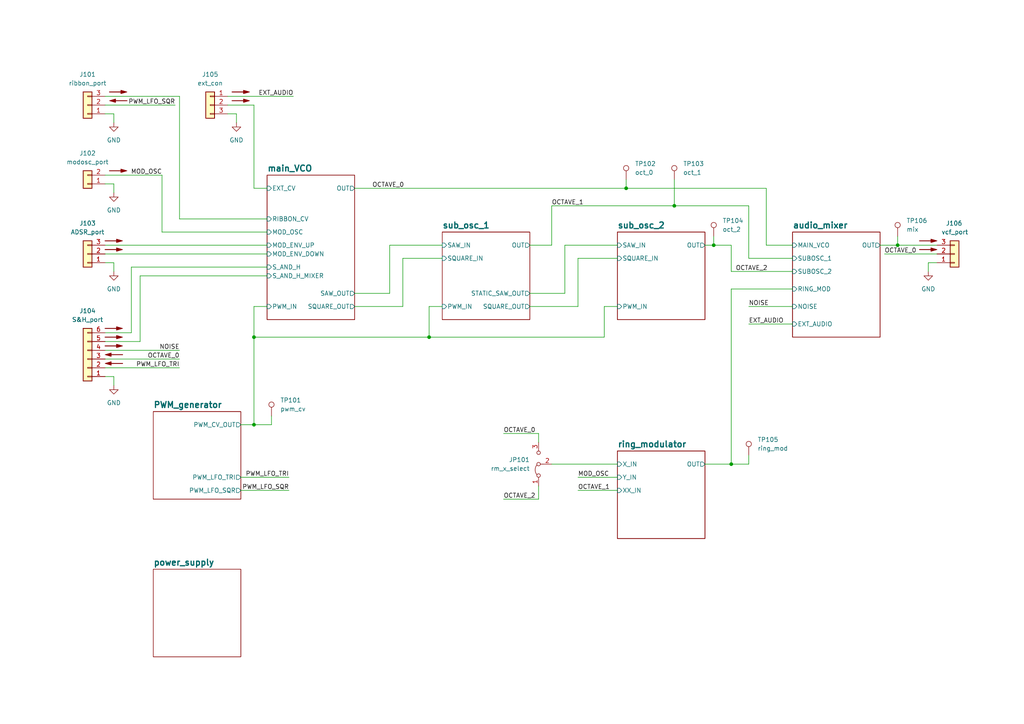
<source format=kicad_sch>
(kicad_sch (version 20230121) (generator eeschema)
  (paper "A4")
  (title_block (title "Josh Ox Ribon Synth Main VCO board") (date "2022-07-23") (rev "0.1") (comment 2 "creativecommons.org/licenses/by/4.0") (comment 3 "license: CC by 4.0") (comment 4 "Author: Jordan Acete"))
  (lib_symbols
    (symbol "Connector:TestPoint" (pin_numbers hide) (pin_names (offset 0.762) hide)
      (property "Reference" "TP" (at 0 6.858 0))
      (property "Value" "TestPoint" (at 0 5.08 0))
      (symbol "TestPoint_0_1"
        (circle (center 0 3.302) (radius 0.762))
      )
      (symbol "TestPoint_1_1"
        (pin passive line (at 0 0 90) (length 2.54) (name "1") (number "1"))
      )
    )
    (symbol "Connector_Generic:Conn_01x02" (pin_names (offset 1.016) hide)
      (property "Reference" "J" (at 0 2.54 0))
      (property "Value" "Conn_01x02" (at 0 -5.08 0))
      (symbol "Conn_01x02_1_1"
        (rectangle (start -1.27 -2.413) (end 0 -2.667) (stroke (width 0.1524)))
        (rectangle (start -1.27 0.127) (end 0 -0.127) (stroke (width 0.1524)))
        (rectangle (start -1.27 1.27) (end 1.27 -3.81) (stroke (width 0.254)) (fill (type background)))
        (pin passive line (at -5.08 0 0) (length 3.81) (name "Pin_1") (number "1"))
        (pin passive line (at -5.08 -2.54 0) (length 3.81) (name "Pin_2") (number "2"))
      )
    )
    (symbol "Connector_Generic:Conn_01x03" (pin_names (offset 1.016) hide)
      (property "Reference" "J" (at 0 5.08 0))
      (property "Value" "Conn_01x03" (at 0 -5.08 0))
      (symbol "Conn_01x03_1_1"
        (rectangle (start -1.27 -2.413) (end 0 -2.667) (stroke (width 0.1524)))
        (rectangle (start -1.27 0.127) (end 0 -0.127) (stroke (width 0.1524)))
        (rectangle (start -1.27 2.667) (end 0 2.413) (stroke (width 0.1524)))
        (rectangle (start -1.27 3.81) (end 1.27 -3.81) (stroke (width 0.254)) (fill (type background)))
        (pin passive line (at -5.08 2.54 0) (length 3.81) (name "Pin_1") (number "1"))
        (pin passive line (at -5.08 0 0) (length 3.81) (name "Pin_2") (number "2"))
        (pin passive line (at -5.08 -2.54 0) (length 3.81) (name "Pin_3") (number "3"))
      )
    )
    (symbol "Connector_Generic:Conn_01x06" (pin_names (offset 1.016) hide)
      (property "Reference" "J" (at 0 7.62 0))
      (property "Value" "Conn_01x06" (at 0 -10.16 0))
      (symbol "Conn_01x06_1_1"
        (rectangle (start -1.27 -7.493) (end 0 -7.747) (stroke (width 0.1524)))
        (rectangle (start -1.27 -4.953) (end 0 -5.207) (stroke (width 0.1524)))
        (rectangle (start -1.27 -2.413) (end 0 -2.667) (stroke (width 0.1524)))
        (rectangle (start -1.27 0.127) (end 0 -0.127) (stroke (width 0.1524)))
        (rectangle (start -1.27 2.667) (end 0 2.413) (stroke (width 0.1524)))
        (rectangle (start -1.27 5.207) (end 0 4.953) (stroke (width 0.1524)))
        (rectangle (start -1.27 6.35) (end 1.27 -8.89) (stroke (width 0.254)) (fill (type background)))
        (pin passive line (at -5.08 5.08 0) (length 3.81) (name "Pin_1") (number "1"))
        (pin passive line (at -5.08 2.54 0) (length 3.81) (name "Pin_2") (number "2"))
        (pin passive line (at -5.08 0 0) (length 3.81) (name "Pin_3") (number "3"))
        (pin passive line (at -5.08 -2.54 0) (length 3.81) (name "Pin_4") (number "4"))
        (pin passive line (at -5.08 -5.08 0) (length 3.81) (name "Pin_5") (number "5"))
        (pin passive line (at -5.08 -7.62 0) (length 3.81) (name "Pin_6") (number "6"))
      )
    )
    (symbol "Graphic:SYM_Arrow_Normal" (in_bom no) (on_board no)
      (symbol "SYM_Arrow_Normal_0_1"
        (polyline (pts (xy 1.524 0) (xy -2.54 0)) (stroke (width 0.254)))
        (polyline (pts (xy 2.54 0) (xy 0.762 -0.508) (xy 0.762 0.508) (xy 2.54 0)) (fill (type outline)))
      )
    )
    (symbol "Jumper:Jumper_3_Bridged12" (pin_names (offset 0) hide)
      (property "Reference" "JP" (at -2.54 -2.54 0))
      (property "Value" "Jumper_3_Bridged12" (at 0 2.794 0))
      (symbol "Jumper_3_Bridged12_0_0"
        (circle (center -3.302 0) (radius 0.508))
        (circle (center 0 0) (radius 0.508))
        (circle (center 3.302 0) (radius 0.508))
      )
      (symbol "Jumper_3_Bridged12_0_1"
        (arc (start -0.254 0.508) (mid -1.651 0.9912) (end -3.048 0.508))
        (polyline (pts (xy 0 -1.27) (xy 0 -0.508)))
      )
      (symbol "Jumper_3_Bridged12_1_1"
        (pin passive line (at -6.35 0 0) (length 2.54) (name "A") (number "1"))
        (pin passive line (at 0 -3.81 90) (length 2.54) (name "C") (number "2"))
        (pin passive line (at 6.35 0 180) (length 2.54) (name "B") (number "3"))
      )
    )
    (symbol "power:GND" (power) (pin_names (offset 0))
      (property "Value" "GND" (at 0 -3.81 0))
      (symbol "GND_0_1"
        (polyline (pts (xy 0 0) (xy 0 -1.27) (xy 1.27 -1.27) (xy 0 -2.54) (xy -1.27 -1.27) (xy 0 -1.27)))
      )
      (symbol "GND_1_1"
        (pin power_in line (at 0 0 270) (length 0) hide (name "GND") (number "1"))
      )
    )
  )
  (junction (at 207.01 71.12))
  (junction (at 260.35 71.12))
  (junction (at 181.61 54.61))
  (junction (at 73.66 123.19))
  (junction (at 124.46 97.79))
  (junction (at 212.09 134.62))
  (junction (at 195.58 59.69))
  (junction (at 73.66 97.79))
  (wire (pts (xy 33.02 35.56) (xy 33.02 33.02)))
  (wire (pts (xy 85.09 27.94) (xy 66.04 27.94)))
  (wire (pts (xy 160.02 134.62) (xy 179.07 134.62)))
  (wire (pts (xy 113.03 71.12) (xy 128.27 71.12)))
  (wire (pts (xy 195.58 52.07) (xy 195.58 59.69)))
  (wire (pts (xy 217.17 134.62) (xy 212.09 134.62)))
  (wire (pts (xy 38.1 77.47) (xy 77.47 77.47)))
  (wire (pts (xy 30.48 99.06) (xy 40.64 99.06)))
  (wire (pts (xy 33.02 76.2) (xy 30.48 76.2)))
  (wire (pts (xy 128.27 88.9) (xy 124.46 88.9)))
  (wire (pts (xy 30.48 104.14) (xy 52.07 104.14)))
  (wire (pts (xy 116.84 88.9) (xy 116.84 74.93)))
  (wire (pts (xy 102.87 54.61) (xy 181.61 54.61)))
  (wire (pts (xy 269.24 78.74) (xy 269.24 76.2)))
  (wire (pts (xy 33.02 111.76) (xy 33.02 109.22)))
  (wire (pts (xy 102.87 88.9) (xy 116.84 88.9)))
  (wire (pts (xy 52.07 27.94) (xy 30.48 27.94)))
  (wire (pts (xy 167.64 142.24) (xy 179.07 142.24)))
  (wire (pts (xy 33.02 78.74) (xy 33.02 76.2)))
  (wire (pts (xy 73.66 97.79) (xy 124.46 97.79)))
  (wire (pts (xy 163.83 85.09) (xy 163.83 71.12)))
  (wire (pts (xy 146.05 144.78) (xy 156.21 144.78)))
  (wire (pts (xy 167.64 74.93) (xy 179.07 74.93)))
  (wire (pts (xy 52.07 63.5) (xy 52.07 27.94)))
  (wire (pts (xy 68.58 33.02) (xy 66.04 33.02)))
  (wire (pts (xy 207.01 68.58) (xy 207.01 71.12)))
  (wire (pts (xy 69.85 142.24) (xy 83.82 142.24)))
  (wire (pts (xy 212.09 78.74) (xy 212.09 71.12)))
  (wire (pts (xy 181.61 52.07) (xy 181.61 54.61)))
  (wire (pts (xy 77.47 67.31) (xy 46.99 67.31)))
  (wire (pts (xy 207.01 71.12) (xy 204.47 71.12)))
  (wire (pts (xy 69.85 138.43) (xy 83.82 138.43)))
  (wire (pts (xy 102.87 85.09) (xy 113.03 85.09)))
  (wire (pts (xy 116.84 74.93) (xy 128.27 74.93)))
  (wire (pts (xy 222.25 71.12) (xy 222.25 54.61)))
  (wire (pts (xy 69.85 123.19) (xy 73.66 123.19)))
  (wire (pts (xy 30.48 106.68) (xy 52.07 106.68)))
  (wire (pts (xy 195.58 59.69) (xy 160.02 59.69)))
  (wire (pts (xy 153.67 85.09) (xy 163.83 85.09)))
  (wire (pts (xy 160.02 59.69) (xy 160.02 71.12)))
  (wire (pts (xy 229.87 74.93) (xy 217.17 74.93)))
  (wire (pts (xy 68.58 35.56) (xy 68.58 33.02)))
  (wire (pts (xy 33.02 109.22) (xy 30.48 109.22)))
  (wire (pts (xy 229.87 78.74) (xy 212.09 78.74)))
  (wire (pts (xy 229.87 71.12) (xy 222.25 71.12)))
  (wire (pts (xy 30.48 96.52) (xy 38.1 96.52)))
  (wire (pts (xy 175.26 97.79) (xy 175.26 88.9)))
  (wire (pts (xy 73.66 88.9) (xy 73.66 97.79)))
  (wire (pts (xy 46.99 67.31) (xy 46.99 50.8)))
  (wire (pts (xy 73.66 123.19) (xy 78.74 123.19)))
  (wire (pts (xy 40.64 99.06) (xy 40.64 80.01)))
  (wire (pts (xy 175.26 88.9) (xy 179.07 88.9)))
  (wire (pts (xy 217.17 59.69) (xy 195.58 59.69)))
  (wire (pts (xy 212.09 134.62) (xy 212.09 83.82)))
  (wire (pts (xy 77.47 63.5) (xy 52.07 63.5)))
  (wire (pts (xy 30.48 71.12) (xy 77.47 71.12)))
  (wire (pts (xy 256.54 73.66) (xy 271.78 73.66)))
  (wire (pts (xy 217.17 88.9) (xy 229.87 88.9)))
  (wire (pts (xy 73.66 54.61) (xy 73.66 30.48)))
  (wire (pts (xy 38.1 96.52) (xy 38.1 77.47)))
  (wire (pts (xy 156.21 144.78) (xy 156.21 140.97)))
  (wire (pts (xy 153.67 88.9) (xy 167.64 88.9)))
  (wire (pts (xy 33.02 55.88) (xy 33.02 53.34)))
  (wire (pts (xy 73.66 54.61) (xy 77.47 54.61)))
  (wire (pts (xy 33.02 53.34) (xy 30.48 53.34)))
  (wire (pts (xy 212.09 71.12) (xy 207.01 71.12)))
  (wire (pts (xy 33.02 33.02) (xy 30.48 33.02)))
  (wire (pts (xy 73.66 30.48) (xy 66.04 30.48)))
  (wire (pts (xy 30.48 73.66) (xy 77.47 73.66)))
  (wire (pts (xy 124.46 88.9) (xy 124.46 97.79)))
  (wire (pts (xy 156.21 125.73) (xy 156.21 128.27)))
  (wire (pts (xy 30.48 101.6) (xy 52.07 101.6)))
  (wire (pts (xy 78.74 120.65) (xy 78.74 123.19)))
  (wire (pts (xy 269.24 76.2) (xy 271.78 76.2)))
  (wire (pts (xy 260.35 68.58) (xy 260.35 71.12)))
  (wire (pts (xy 163.83 71.12) (xy 179.07 71.12)))
  (wire (pts (xy 160.02 71.12) (xy 153.67 71.12)))
  (wire (pts (xy 77.47 88.9) (xy 73.66 88.9)))
  (wire (pts (xy 124.46 97.79) (xy 175.26 97.79)))
  (wire (pts (xy 146.05 125.73) (xy 156.21 125.73)))
  (wire (pts (xy 181.61 54.61) (xy 222.25 54.61)))
  (wire (pts (xy 217.17 93.98) (xy 229.87 93.98)))
  (wire (pts (xy 255.27 71.12) (xy 260.35 71.12)))
  (wire (pts (xy 40.64 80.01) (xy 77.47 80.01)))
  (wire (pts (xy 260.35 71.12) (xy 271.78 71.12)))
  (wire (pts (xy 113.03 85.09) (xy 113.03 71.12)))
  (wire (pts (xy 212.09 83.82) (xy 229.87 83.82)))
  (wire (pts (xy 217.17 74.93) (xy 217.17 59.69)))
  (wire (pts (xy 46.99 50.8) (xy 30.48 50.8)))
  (wire (pts (xy 204.47 134.62) (xy 212.09 134.62)))
  (wire (pts (xy 167.64 88.9) (xy 167.64 74.93)))
  (wire (pts (xy 30.48 30.48) (xy 50.8 30.48)))
  (wire (pts (xy 73.66 123.19) (xy 73.66 97.79)))
  (wire (pts (xy 167.64 138.43) (xy 179.07 138.43)))
  (wire (pts (xy 217.17 132.08) (xy 217.17 134.62)))
  (label "OCTAVE_0" (at 146.05 125.73 0))
  (label "PWM_LFO_SQR" (at 83.82 142.24 180))
  (label "EXT_AUDIO" (at 217.17 93.98 0))
  (label "OCTAVE_1" (at 167.64 142.24 0))
  (label "EXT_AUDIO" (at 85.09 27.94 180))
  (label "MOD_OSC" (at 46.99 50.8 180))
  (label "OCTAVE_2" (at 213.36 78.74 0))
  (label "NOISE" (at 52.07 101.6 180))
  (label "NOISE" (at 217.17 88.9 0))
  (label "OCTAVE_0" (at 52.07 104.14 180))
  (label "PWM_LFO_SQR" (at 50.8 30.48 180))
  (label "OCTAVE_0" (at 256.54 73.66 0))
  (label "PWM_LFO_TRI" (at 83.82 138.43 180))
  (label "MOD_OSC" (at 167.64 138.43 0))
  (label "OCTAVE_2" (at 146.05 144.78 0))
  (label "OCTAVE_1" (at 160.02 59.69 0))
  (label "OCTAVE_0" (at 107.95 54.61 0))
  (label "PWM_LFO_TRI" (at 52.07 106.68 180))
  (symbol (lib_id "power:GND") (at 33.02 111.76 0) (unit 1)
    (property "Reference" "#PWR0104" (effects hide))
    (property "Value" "GND" (at 33.02 116.84 0))
  )
  (symbol (lib_id "power:GND") (at 33.02 35.56 0) (unit 1)
    (property "Reference" "#PWR0101" (effects hide))
    (property "Value" "GND" (at 33.02 40.64 0))
  )
  (symbol (lib_id "Graphic:SYM_Arrow_Normal") (at 69.85 29.21 0) (unit 1)
    (property "Reference" "#SYM102" (effects hide))
    (property "Value" "SYM_Arrow_Normal" (effects hide))
    (property "Sim.Enable" "0" (effects hide))
  )
  (symbol (lib_id "Graphic:SYM_Arrow_Normal") (at 33.02 97.79 0) (unit 1)
    (property "Reference" "#SYM106" (effects hide))
    (property "Value" "SYM_Arrow_Normal" (effects hide))
    (property "Sim.Enable" "0" (effects hide))
  )
  (symbol (lib_id "Connector:TestPoint") (at 260.35 68.58 0) (unit 1) (in_bom no)
    (property "Reference" "TP106" (at 262.89 64.0079 0) (effects (justify left)))
    (property "Value" "mix" (at 262.89 66.5479 0) (effects (justify left)))
    (property "Footprint" "TestPoint:TestPoint_Keystone_5000-5004_Miniature" (effects hide))
  )
  (symbol (lib_id "Connector_Generic:Conn_01x03") (at 276.86 73.66 0) (mirror x) (unit 1)
    (property "Reference" "J106" (at 274.32 64.77 0) (effects (justify left)))
    (property "Value" "vcf_port" (at 273.05 67.31 0) (effects (justify left)))
    (property "Footprint" "Connector_Molex:Molex_KK-254_AE-6410-03A_1x03_P2.54mm_Vertical" (effects hide))
  )
  (symbol (lib_id "Connector_Generic:Conn_01x06") (at 25.4 104.14 180) (unit 1)
    (property "Reference" "J104" (at 25.4 90.17 0))
    (property "Value" "S&H_port" (at 25.4 92.71 0))
    (property "Footprint" "Connector_Molex:Molex_KK-254_AE-6410-06A_1x06_P2.54mm_Vertical" (effects hide))
  )
  (symbol (lib_id "Graphic:SYM_Arrow_Normal") (at 33.02 105.41 180) (unit 1)
    (property "Reference" "#SYM112" (effects hide))
    (property "Value" "SYM_Arrow_Normal" (effects hide))
    (property "Sim.Enable" "0" (effects hide))
  )
  (symbol (lib_id "Connector_Generic:Conn_01x02") (at 25.4 53.34 180) (unit 1)
    (property "Reference" "J102" (at 25.4 44.45 0))
    (property "Value" "modosc_port" (at 25.4 46.99 0))
    (property "Footprint" "Connector_Molex:Molex_KK-254_AE-6410-02A_1x02_P2.54mm_Vertical" (effects hide))
  )
  (symbol (lib_id "Connector:TestPoint") (at 181.61 52.07 0) (unit 1) (in_bom no)
    (property "Reference" "TP102" (at 184.15 47.4979 0) (effects (justify left)))
    (property "Value" "oct_0" (at 184.15 50.0379 0) (effects (justify left)))
    (property "Footprint" "TestPoint:TestPoint_Keystone_5000-5004_Miniature" (effects hide))
  )
  (symbol (lib_id "Connector_Generic:Conn_01x03") (at 25.4 30.48 180) (unit 1)
    (property "Reference" "J101" (at 25.4 21.59 0))
    (property "Value" "ribbon_port" (at 25.4 24.13 0))
    (property "Footprint" "Connector_Molex:Molex_KK-254_AE-6410-03A_1x03_P2.54mm_Vertical" (effects hide))
  )
  (symbol (lib_id "power:GND") (at 269.24 78.74 0) (mirror y) (unit 1)
    (property "Reference" "#PWR0106" (effects hide))
    (property "Value" "GND" (at 269.24 83.82 0))
  )
  (symbol (lib_id "Connector_Generic:Conn_01x03") (at 60.96 30.48 0) (mirror y) (unit 1)
    (property "Reference" "J105" (at 60.96 21.59 0))
    (property "Value" "ext_con" (at 60.96 24.13 0))
    (property "Footprint" "Connector_Molex:Molex_KK-254_AE-6410-03A_1x03_P2.54mm_Vertical" (effects hide))
  )
  (symbol (lib_id "Graphic:SYM_Arrow_Normal") (at 33.02 100.33 0) (unit 1)
    (property "Reference" "#SYM107" (effects hide))
    (property "Value" "SYM_Arrow_Normal" (effects hide))
    (property "Sim.Enable" "0" (effects hide))
  )
  (symbol (lib_id "Graphic:SYM_Arrow_Normal") (at 34.29 49.53 0) (unit 1)
    (property "Reference" "#SYM108" (effects hide))
    (property "Value" "SYM_Arrow_Normal" (effects hide))
    (property "Sim.Enable" "0" (effects hide))
  )
  (symbol (lib_id "Graphic:SYM_Arrow_Normal") (at 34.29 26.67 0) (unit 1)
    (property "Reference" "#SYM101" (effects hide))
    (property "Value" "SYM_Arrow_Normal" (effects hide))
    (property "Sim.Enable" "0" (effects hide))
  )
  (symbol (lib_id "Graphic:SYM_Arrow_Normal") (at 34.29 29.21 180) (unit 1)
    (property "Reference" "#SYM109" (effects hide))
    (property "Value" "SYM_Arrow_Normal" (effects hide))
    (property "Sim.Enable" "0" (effects hide))
  )
  (symbol (lib_id "Connector:TestPoint") (at 207.01 68.58 0) (unit 1) (in_bom no)
    (property "Reference" "TP104" (at 209.55 64.0079 0) (effects (justify left)))
    (property "Value" "oct_2" (at 209.55 66.5479 0) (effects (justify left)))
    (property "Footprint" "TestPoint:TestPoint_Keystone_5000-5004_Miniature" (effects hide))
  )
  (symbol (lib_id "Connector:TestPoint") (at 217.17 132.08 0) (unit 1) (in_bom no)
    (property "Reference" "TP105" (at 219.71 127.5079 0) (effects (justify left)))
    (property "Value" "ring_mod" (at 219.71 130.0479 0) (effects (justify left)))
    (property "Footprint" "TestPoint:TestPoint_Keystone_5000-5004_Miniature" (effects hide))
  )
  (symbol (lib_id "Graphic:SYM_Arrow_Normal") (at 33.02 69.85 0) (unit 1)
    (property "Reference" "#SYM103" (effects hide))
    (property "Value" "SYM_Arrow_Normal" (effects hide))
    (property "Sim.Enable" "0" (effects hide))
  )
  (symbol (lib_id "power:GND") (at 33.02 55.88 0) (unit 1)
    (property "Reference" "#PWR0102" (effects hide))
    (property "Value" "GND" (at 33.02 60.96 0))
  )
  (symbol (lib_id "Graphic:SYM_Arrow_Normal") (at 269.24 72.39 0) (unit 1)
    (property "Reference" "#SYM114" (effects hide))
    (property "Value" "SYM_Arrow_Normal" (effects hide))
    (property "Sim.Enable" "0" (effects hide))
  )
  (symbol (lib_id "Graphic:SYM_Arrow_Normal") (at 69.85 26.67 0) (unit 1)
    (property "Reference" "#SYM110" (effects hide))
    (property "Value" "SYM_Arrow_Normal" (effects hide))
    (property "Sim.Enable" "0" (effects hide))
  )
  (symbol (lib_id "Connector:TestPoint") (at 78.74 120.65 0) (unit 1) (in_bom no)
    (property "Reference" "TP101" (at 81.28 116.0779 0) (effects (justify left)))
    (property "Value" "pwm_cv" (at 81.28 118.6179 0) (effects (justify left)))
    (property "Footprint" "TestPoint:TestPoint_Keystone_5000-5004_Miniature" (effects hide))
  )
  (symbol (lib_id "power:GND") (at 33.02 78.74 0) (unit 1)
    (property "Reference" "#PWR0103" (effects hide))
    (property "Value" "GND" (at 33.02 83.82 0))
  )
  (symbol (lib_id "Connector:TestPoint") (at 195.58 52.07 0) (unit 1) (in_bom no)
    (property "Reference" "TP103" (at 198.12 47.4979 0) (effects (justify left)))
    (property "Value" "oct_1" (at 198.12 50.0379 0) (effects (justify left)))
    (property "Footprint" "TestPoint:TestPoint_Keystone_5000-5004_Miniature" (effects hide))
  )
  (symbol (lib_id "Graphic:SYM_Arrow_Normal") (at 33.02 72.39 0) (unit 1)
    (property "Reference" "#SYM104" (effects hide))
    (property "Value" "SYM_Arrow_Normal" (effects hide))
    (property "Sim.Enable" "0" (effects hide))
  )
  (symbol (lib_id "power:GND") (at 68.58 35.56 0) (unit 1)
    (property "Reference" "#PWR0105" (effects hide))
    (property "Value" "GND" (at 68.58 40.64 0))
  )
  (symbol (lib_id "Graphic:SYM_Arrow_Normal") (at 269.24 69.85 0) (unit 1)
    (property "Reference" "#SYM113" (effects hide))
    (property "Value" "SYM_Arrow_Normal" (effects hide))
    (property "Sim.Enable" "0" (effects hide))
  )
  (symbol (lib_id "Graphic:SYM_Arrow_Normal") (at 33.02 95.25 0) (unit 1)
    (property "Reference" "#SYM105" (effects hide))
    (property "Value" "SYM_Arrow_Normal" (effects hide))
    (property "Sim.Enable" "0" (effects hide))
  )
  (symbol (lib_id "Jumper:Jumper_3_Bridged12") (at 156.21 134.62 90) (unit 1)
    (property "Reference" "JP101" (at 153.67 133.3499 90) (effects (justify left)))
    (property "Value" "rm_x_select" (at 153.67 135.8899 90) (effects (justify left)))
    (property "Footprint" "Connector_PinHeader_2.54mm:PinHeader_1x03_P2.54mm_Vertical" (effects hide))
  )
  (symbol (lib_id "Graphic:SYM_Arrow_Normal") (at 33.02 102.87 180) (unit 1)
    (property "Reference" "#SYM111" (effects hide))
    (property "Value" "SYM_Arrow_Normal" (effects hide))
    (property "Sim.Enable" "0" (effects hide))
  )
  (symbol (lib_id "Connector_Generic:Conn_01x03") (at 25.4 73.66 180) (unit 1)
    (property "Reference" "J103" (at 25.4 64.77 0))
    (property "Value" "ADSR_port" (at 25.4 67.31 0))
    (property "Footprint" "Connector_Molex:Molex_KK-254_AE-6410-03A_1x03_P2.54mm_Vertical" (effects hide))
  )
  (sheet (at 44.45 165.1) (size 25.4 25.4) (stroke (width 0.1524))
    (property "Sheetname" "power_supply" (at 44.45 164.1484 0) (effects (font (size 1.75 1.75) bold) (justify left bottom)))
    (property "Sheetfile" "power_supply.kicad_sch" (effects hide))
  )
  (sheet (at 179.07 130.81) (size 25.4 25.4) (stroke (width 0.1524))
    (property "Sheetname" "ring_modulator" (at 179.07 129.8584 0) (effects (font (size 1.75 1.75) bold) (justify left bottom)))
    (property "Sheetfile" "ring_modulator.kicad_sch" (effects hide))
    (pin "X_IN" input (at 179.07 134.62 180))
    (pin "Y_IN" input (at 179.07 138.43 180))
    (pin "OUT" output (at 204.47 134.62 0))
    (pin "XX_IN" input (at 179.07 142.24 180))
  )
  (sheet (at 77.47 50.8) (size 25.4 41.91) (stroke (width 0.1524))
    (property "Sheetname" "main_VCO" (at 77.47 49.8484 0) (effects (font (size 1.75 1.75) bold) (justify left bottom)))
    (property "Sheetfile" "main_VCO.kicad_sch" (effects hide))
    (pin "PWM_IN" input (at 77.47 88.9 180))
    (pin "SAW_OUT" output (at 102.87 85.09 0))
    (pin "SQUARE_OUT" output (at 102.87 88.9 0))
    (pin "OUT" output (at 102.87 54.61 0))
    (pin "MOD_ENV_UP" input (at 77.47 71.12 180))
    (pin "S_AND_H" input (at 77.47 77.47 180))
    (pin "RIBBON_CV" input (at 77.47 63.5 180))
    (pin "MOD_ENV_DOWN" input (at 77.47 73.66 180))
    (pin "EXT_CV" input (at 77.47 54.61 180))
    (pin "MOD_OSC" input (at 77.47 67.31 180))
    (pin "S_AND_H_MIXER" input (at 77.47 80.01 180))
  )
  (sheet (at 128.27 67.31) (size 25.4 25.4) (stroke (width 0.1524))
    (property "Sheetname" "sub_osc_1" (at 128.27 66.3584 0) (effects (font (size 1.75 1.75) bold) (justify left bottom)))
    (property "Sheetfile" "sub_osc_1.kicad_sch" (effects hide))
    (pin "SAW_IN" input (at 128.27 71.12 180))
    (pin "PWM_IN" input (at 128.27 88.9 180))
    (pin "SQUARE_OUT" output (at 153.67 88.9 0))
    (pin "SQUARE_IN" input (at 128.27 74.93 180))
    (pin "STATIC_SAW_OUT" output (at 153.67 85.09 0))
    (pin "OUT" output (at 153.67 71.12 0))
  )
  (sheet (at 179.07 67.31) (size 25.4 25.4) (stroke (width 0.1524))
    (property "Sheetname" "sub_osc_2" (at 179.07 66.3584 0) (effects (font (size 1.75 1.75) bold) (justify left bottom)))
    (property "Sheetfile" "sub_osc_2.kicad_sch" (effects hide))
    (pin "SAW_IN" input (at 179.07 71.12 180))
    (pin "PWM_IN" input (at 179.07 88.9 180))
    (pin "SQUARE_IN" input (at 179.07 74.93 180))
    (pin "OUT" output (at 204.47 71.12 0))
  )
  (sheet (at 44.45 119.38) (size 25.4 25.4) (stroke (width 0.1524))
    (property "Sheetname" "PWM_generator" (at 44.45 118.4284 0) (effects (font (size 1.75 1.75) bold) (justify left bottom)))
    (property "Sheetfile" "PWM_generator.kicad_sch" (effects hide))
    (pin "PWM_CV_OUT" output (at 69.85 123.19 0))
    (pin "PWM_LFO_SQR" output (at 69.85 142.24 0))
    (pin "PWM_LFO_TRI" output (at 69.85 138.43 0))
  )
  (sheet (at 229.87 67.31) (size 25.4 30.48) (stroke (width 0.1524))
    (property "Sheetname" "audio_mixer" (at 229.87 66.3584 0) (effects (font (size 1.75 1.75) bold) (justify left bottom)))
    (property "Sheetfile" "audio_mixer.kicad_sch" (effects hide))
    (pin "OUT" output (at 255.27 71.12 0))
    (pin "SUBOSC_1" input (at 229.87 74.93 180))
    (pin "SUBOSC_2" input (at 229.87 78.74 180))
    (pin "MAIN_VCO" input (at 229.87 71.12 180))
    (pin "RING_MOD" input (at 229.87 83.82 180))
    (pin "EXT_AUDIO" input (at 229.87 93.98 180))
    (pin "NOISE" input (at 229.87 88.9 180))
  )
)
</source>
